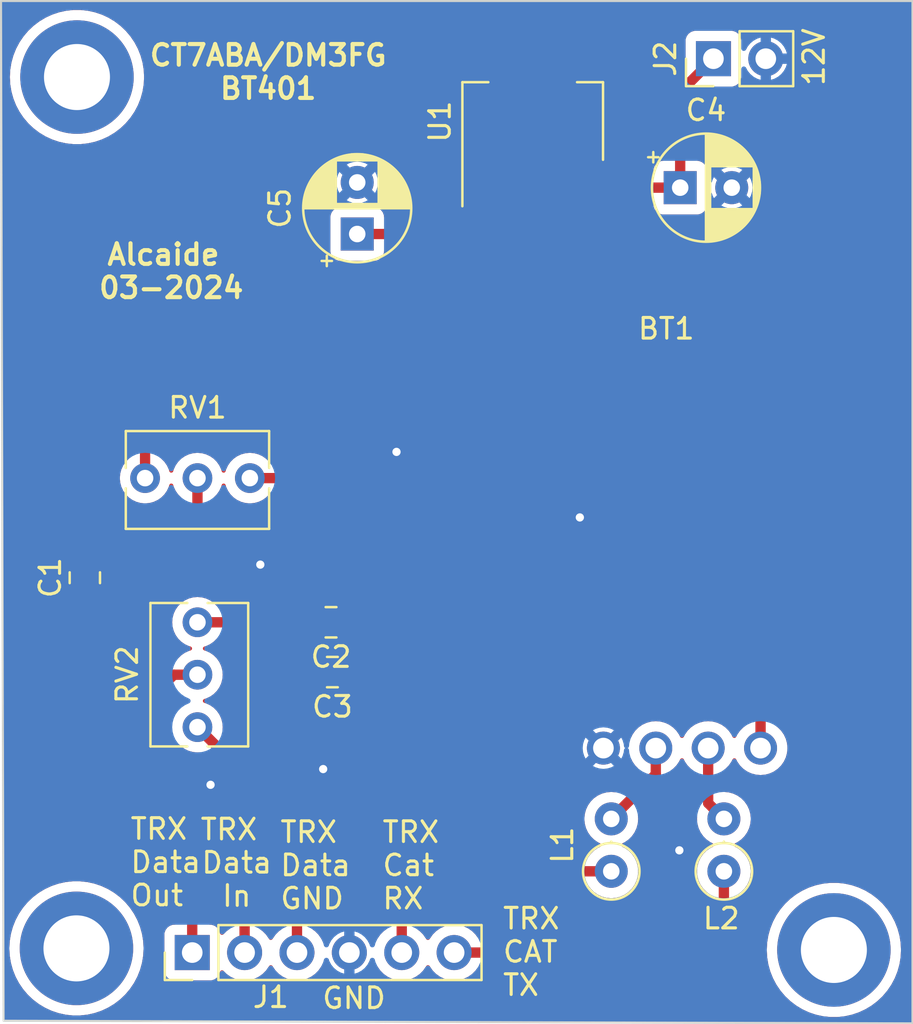
<source format=kicad_pcb>
(kicad_pcb (version 20221018) (generator pcbnew)
  (layers (0 "F.Cu" signal) (31 "B.Cu" signal) (34 "B.Paste" user) (35 "F.Paste" user) (36 "B.SilkS" user "B.Silkscreen") (37 "F.SilkS" user "F.Silkscreen") (38 "B.Mask" user) (39 "F.Mask" user) (44 "Edge.Cuts" user))
  (net 0 "")
  (net 8 "Net-(BT1-PA0)")
  (net 9 "Net-(BT1-DACR)")
  (net 10 "Net-(BT1-DACL)")
  (net 11 "TRX Data Gnd")
  (net 27 "GND")
  (net 28 "Net-(BT1-TX)")
  (net 29 "Net-(BT1-RX)")
  (net 30 "+5V")
  (net 31 "TRX Data Out")
  (net 32 "Net-(C1-Pad2)")
  (net 33 "Net-(C2-Pad2)")
  (net 34 "+12V")
  (net 35 "TRX Data In")
  (net 36 "TRX CAT RX")
  (net 37 "TRX CAT TX")
  (footprint "Capacitor_SMD:C_0805_2012Metric" (layer "F.Cu") (at 143.002 82.042 180)
    (fp_text reference "C2" (at 0 -1.68) (layer "F.SilkS"))
    (fp_text value "1uF")
    (fp_line (start -0.261252 -0.735) (end 0.261252 -0.735) (stroke (width 0.12)) (layer "F.SilkS"))
    (fp_line (start -0.261252 0.735) (end 0.261252 0.735) (stroke (width 0.12)) (layer "F.SilkS"))
    (pad "1" smd roundrect (at -0.95 0 180) (size 1 1.45) (layers "F.Cu" "F.Paste" "F.Mask") (net 9 "Net-(BT1-DACR)"))
    (pad "2" smd roundrect (at 0.95 0 180) (size 1 1.45) (layers "F.Cu" "F.Paste" "F.Mask") (net 33 "Net-(C2-Pad2)"))
  )
  (footprint "Capacitor_THT:CP_Radial_D5.0mm_P2.50mm" (layer "F.Cu") (at 144.272 63.231 90)
    (fp_text reference "C5" (at 1.25 -3.75 90) (layer "F.SilkS"))
    (fp_text value "4,7uF")
    (fp_line (start -1.554775 -1.475) (end -1.054775 -1.475) (stroke (width 0.12)) (layer "F.SilkS"))
    (fp_line (start -1.304775 -1.725) (end -1.304775 -1.225) (stroke (width 0.12)) (layer "F.SilkS"))
    (fp_line (start 1.25 -2.58) (end 1.25 2.58) (stroke (width 0.12)) (layer "F.SilkS"))
    (fp_line (start 1.29 -2.58) (end 1.29 2.58) (stroke (width 0.12)) (layer "F.SilkS"))
    (fp_line (start 1.33 -2.579) (end 1.33 2.579) (stroke (width 0.12)) (layer "F.SilkS"))
    (fp_line (start 1.37 -2.578) (end 1.37 2.578) (stroke (width 0.12)) (layer "F.SilkS"))
    (fp_line (start 1.41 -2.576) (end 1.41 2.576) (stroke (width 0.12)) (layer "F.SilkS"))
    (fp_line (start 1.45 -2.573) (end 1.45 2.573) (stroke (width 0.12)) (layer "F.SilkS"))
    (fp_line (start 1.49 -2.569) (end 1.49 -1.04) (stroke (width 0.12)) (layer "F.SilkS"))
    (fp_line (start 1.49 1.04) (end 1.49 2.569) (stroke (width 0.12)) (layer "F.SilkS"))
    (fp_line (start 1.53 -2.565) (end 1.53 -1.04) (stroke (width 0.12)) (layer "F.SilkS"))
    (fp_line (start 1.53 1.04) (end 1.53 2.565) (stroke (width 0.12)) (layer "F.SilkS"))
    (fp_line (start 1.57 -2.561) (end 1.57 -1.04) (stroke (width 0.12)) (layer "F.SilkS"))
    (fp_line (start 1.57 1.04) (end 1.57 2.561) (stroke (width 0.12)) (layer "F.SilkS"))
    (fp_line (start 1.61 -2.556) (end 1.61 -1.04) (stroke (width 0.12)) (layer "F.SilkS"))
    (fp_line (start 1.61 1.04) (end 1.61 2.556) (stroke (width 0.12)) (layer "F.SilkS"))
    (fp_line (start 1.65 -2.55) (end 1.65 -1.04) (stroke (width 0.12)) (layer "F.SilkS"))
    (fp_line (start 1.65 1.04) (end 1.65 2.55) (stroke (width 0.12)) (layer "F.SilkS"))
    (fp_line (start 1.69 -2.543) (end 1.69 -1.04) (stroke (width 0.12)) (layer "F.SilkS"))
    (fp_line (start 1.69 1.04) (end 1.69 2.543) (stroke (width 0.12)) (layer "F.SilkS"))
    (fp_line (start 1.73 -2.536) (end 1.73 -1.04) (stroke (width 0.12)) (layer "F.SilkS"))
    (fp_line (start 1.73 1.04) (end 1.73 2.536) (stroke (width 0.12)) (layer "F.SilkS"))
    (fp_line (start 1.77 -2.528) (end 1.77 -1.04) (stroke (width 0.12)) (layer "F.SilkS"))
    (fp_line (start 1.77 1.04) (end 1.77 2.528) (stroke (width 0.12)) (layer "F.SilkS"))
    (fp_line (start 1.81 -2.52) (end 1.81 -1.04) (stroke (width 0.12)) (layer "F.SilkS"))
    (fp_line (start 1.81 1.04) (end 1.81 2.52) (stroke (width 0.12)) (layer "F.SilkS"))
    (fp_line (start 1.85 -2.511) (end 1.85 -1.04) (stroke (width 0.12)) (layer "F.SilkS"))
    (fp_line (start 1.85 1.04) (end 1.85 2.511) (stroke (width 0.12)) (layer "F.SilkS"))
    (fp_line (start 1.89 -2.501) (end 1.89 -1.04) (stroke (width 0.12)) (layer "F.SilkS"))
    (fp_line (start 1.89 1.04) (end 1.89 2.501) (stroke (width 0.12)) (layer "F.SilkS"))
    (fp_line (start 1.93 -2.491) (end 1.93 -1.04) (stroke (width 0.12)) (layer "F.SilkS"))
    (fp_line (start 1.93 1.04) (end 1.93 2.491) (stroke (width 0.12)) (layer "F.SilkS"))
    (fp_line (start 1.971 -2.48) (end 1.971 -1.04) (stroke (width 0.12)) (layer "F.SilkS"))
    (fp_line (start 1.971 1.04) (end 1.971 2.48) (stroke (width 0.12)) (layer "F.SilkS"))
    (fp_line (start 2.011 -2.468) (end 2.011 -1.04) (stroke (width 0.12)) (layer "F.SilkS"))
    (fp_line (start 2.011 1.04) (end 2.011 2.468) (stroke (width 0.12)) (layer "F.SilkS"))
    (fp_line (start 2.051 -2.455) (end 2.051 -1.04) (stroke (width 0.12)) (layer "F.SilkS"))
    (fp_line (start 2.051 1.04) (end 2.051 2.455) (stroke (width 0.12)) (layer "F.SilkS"))
    (fp_line (start 2.091 -2.442) (end 2.091 -1.04) (stroke (width 0.12)) (layer "F.SilkS"))
    (fp_line (start 2.091 1.04) (end 2.091 2.442) (stroke (width 0.12)) (layer "F.SilkS"))
    (fp_line (start 2.131 -2.428) (end 2.131 -1.04) (stroke (width 0.12)) (layer "F.SilkS"))
    (fp_line (start 2.131 1.04) (end 2.131 2.428) (stroke (width 0.12)) (layer "F.SilkS"))
    (fp_line (start 2.171 -2.414) (end 2.171 -1.04) (stroke (width 0.12)) (layer "F.SilkS"))
    (fp_line (start 2.171 1.04) (end 2.171 2.414) (stroke (width 0.12)) (layer "F.SilkS"))
    (fp_line (start 2.211 -2.398) (end 2.211 -1.04) (stroke (width 0.12)) (layer "F.SilkS"))
    (fp_line (start 2.211 1.04) (end 2.211 2.398) (stroke (width 0.12)) (layer "F.SilkS"))
    (fp_line (start 2.251 -2.382) (end 2.251 -1.04) (stroke (width 0.12)) (layer "F.SilkS"))
    (fp_line (start 2.251 1.04) (end 2.251 2.382) (stroke (width 0.12)) (layer "F.SilkS"))
    (fp_line (start 2.291 -2.365) (end 2.291 -1.04) (stroke (width 0.12)) (layer "F.SilkS"))
    (fp_line (start 2.291 1.04) (end 2.291 2.365) (stroke (width 0.12)) (layer "F.SilkS"))
    (fp_line (start 2.331 -2.348) (end 2.331 -1.04) (stroke (width 0.12)) (layer "F.SilkS"))
    (fp_line (start 2.331 1.04) (end 2.331 2.348) (stroke (width 0.12)) (layer "F.SilkS"))
    (fp_line (start 2.371 -2.329) (end 2.371 -1.04) (stroke (width 0.12)) (layer "F.SilkS"))
    (fp_line (start 2.371 1.04) (end 2.371 2.329) (stroke (width 0.12)) (layer "F.SilkS"))
    (fp_line (start 2.411 -2.31) (end 2.411 -1.04) (stroke (width 0.12)) (layer "F.SilkS"))
    (fp_line (start 2.411 1.04) (end 2.411 2.31) (stroke (width 0.12)) (layer "F.SilkS"))
    (fp_line (start 2.451 -2.29) (end 2.451 -1.04) (stroke (width 0.12)) (layer "F.SilkS"))
    (fp_line (start 2.451 1.04) (end 2.451 2.29) (stroke (width 0.12)) (layer "F.SilkS"))
    (fp_line (start 2.491 -2.268) (end 2.491 -1.04) (stroke (width 0.12)) (layer "F.SilkS"))
    (fp_line (start 2.491 1.04) (end 2.491 2.268) (stroke (width 0.12)) (layer "F.SilkS"))
    (fp_line (start 2.531 -2.247) (end 2.531 -1.04) (stroke (width 0.12)) (layer "F.SilkS"))
    (fp_line (start 2.531 1.04) (end 2.531 2.247) (stroke (width 0.12)) (layer "F.SilkS"))
    (fp_line (start 2.571 -2.224) (end 2.571 -1.04) (stroke (width 0.12)) (layer "F.SilkS"))
    (fp_line (start 2.571 1.04) (end 2.571 2.224) (stroke (width 0.12)) (layer "F.SilkS"))
    (fp_line (start 2.611 -2.2) (end 2.611 -1.04) (stroke (width 0.12)) (layer "F.SilkS"))
    (fp_line (start 2.611 1.04) (end 2.611 2.2) (stroke (width 0.12)) (layer "F.SilkS"))
    (fp_line (start 2.651 -2.175) (end 2.651 -1.04) (stroke (width 0.12)) (layer "F.SilkS"))
    (fp_line (start 2.651 1.04) (end 2.651 2.175) (stroke (width 0.12)) (layer "F.SilkS"))
    (fp_line (start 2.691 -2.149) (end 2.691 -1.04) (stroke (width 0.12)) (layer "F.SilkS"))
    (fp_line (start 2.691 1.04) (end 2.691 2.149) (stroke (width 0.12)) (layer "F.SilkS"))
    (fp_line (start 2.731 -2.122) (end 2.731 -1.04) (stroke (width 0.12)) (layer "F.SilkS"))
    (fp_line (start 2.731 1.04) (end 2.731 2.122) (stroke (width 0.12)) (layer "F.SilkS"))
    (fp_line (start 2.771 -2.095) (end 2.771 -1.04) (stroke (width 0.12)) (layer "F.SilkS"))
    (fp_line (start 2.771 1.04) (end 2.771 2.095) (stroke (width 0.12)) (layer "F.SilkS"))
    (fp_line (start 2.811 -2.065) (end 2.811 -1.04) (stroke (width 0.12)) (layer "F.SilkS"))
    (fp_line (start 2.811 1.04) (end 2.811 2.065) (stroke (width 0.12)) (layer "F.SilkS"))
    (fp_line (start 2.851 -2.035) (end 2.851 -1.04) (stroke (width 0.12)) (layer "F.SilkS"))
    (fp_line (start 2.851 1.04) (end 2.851 2.035) (stroke (width 0.12)) (layer "F.SilkS"))
    (fp_line (start 2.891 -2.004) (end 2.891 -1.04) (stroke (width 0.12)) (layer "F.SilkS"))
    (fp_line (start 2.891 1.04) (end 2.891 2.004) (stroke (width 0.12)) (layer "F.SilkS"))
    (fp_line (start 2.931 -1.971) (end 2.931 -1.04) (stroke (width 0.12)) (layer "F.SilkS"))
    (fp_line (start 2.931 1.04) (end 2.931 1.971) (stroke (width 0.12)) (layer "F.SilkS"))
    (fp_line (start 2.971 -1.937) (end 2.971 -1.04) (stroke (width 0.12)) (layer "F.SilkS"))
    (fp_line (start 2.971 1.04) (end 2.971 1.937) (stroke (width 0.12)) (layer "F.SilkS"))
    (fp_line (start 3.011 -1.901) (end 3.011 -1.04) (stroke (width 0.12)) (layer "F.SilkS"))
    (fp_line (start 3.011 1.04) (end 3.011 1.901) (stroke (width 0.12)) (layer "F.SilkS"))
    (fp_line (start 3.051 -1.864) (end 3.051 -1.04) (stroke (width 0.12)) (layer "F.SilkS"))
    (fp_line (start 3.051 1.04) (end 3.051 1.864) (stroke (width 0.12)) (layer "F.SilkS"))
    (fp_line (start 3.091 -1.826) (end 3.091 -1.04) (stroke (width 0.12)) (layer "F.SilkS"))
    (fp_line (start 3.091 1.04) (end 3.091 1.826) (stroke (width 0.12)) (layer "F.SilkS"))
    (fp_line (start 3.131 -1.785) (end 3.131 -1.04) (stroke (width 0.12)) (layer "F.SilkS"))
    (fp_line (start 3.131 1.04) (end 3.131 1.785) (stroke (width 0.12)) (layer "F.SilkS"))
    (fp_line (start 3.171 -1.743) (end 3.171 -1.04) (stroke (width 0.12)) (layer "F.SilkS"))
    (fp_line (start 3.171 1.04) (end 3.171 1.743) (stroke (width 0.12)) (layer "F.SilkS"))
    (fp_line (start 3.211 -1.699) (end 3.211 -1.04) (stroke (width 0.12)) (layer "F.SilkS"))
    (fp_line (start 3.211 1.04) (end 3.211 1.699) (stroke (width 0.12)) (layer "F.SilkS"))
    (fp_line (start 3.251 -1.653) (end 3.251 -1.04) (stroke (width 0.12)) (layer "F.SilkS"))
    (fp_line (start 3.251 1.04) (end 3.251 1.653) (stroke (width 0.12)) (layer "F.SilkS"))
    (fp_line (start 3.291 -1.605) (end 3.291 -1.04) (stroke (width 0.12)) (layer "F.SilkS"))
    (fp_line (start 3.291 1.04) (end 3.291 1.605) (stroke (width 0.12)) (layer "F.SilkS"))
    (fp_line (start 3.331 -1.554) (end 3.331 -1.04) (stroke (width 0.12)) (layer "F.SilkS"))
    (fp_line (start 3.331 1.04) (end 3.331 1.554) (stroke (width 0.12)) (layer "F.SilkS"))
    (fp_line (start 3.371 -1.5) (end 3.371 -1.04) (stroke (width 0.12)) (layer "F.SilkS"))
    (fp_line (start 3.371 1.04) (end 3.371 1.5) (stroke (width 0.12)) (layer "F.SilkS"))
    (fp_line (start 3.411 -1.443) (end 3.411 -1.04) (stroke (width 0.12)) (layer "F.SilkS"))
    (fp_line (start 3.411 1.04) (end 3.411 1.443) (stroke (width 0.12)) (layer "F.SilkS"))
    (fp_line (start 3.451 -1.383) (end 3.451 -1.04) (stroke (width 0.12)) (layer "F.SilkS"))
    (fp_line (start 3.451 1.04) (end 3.451 1.383) (stroke (width 0.12)) (layer "F.SilkS"))
    (fp_line (start 3.491 -1.319) (end 3.491 -1.04) (stroke (width 0.12)) (layer "F.SilkS"))
    (fp_line (start 3.491 1.04) (end 3.491 1.319) (stroke (width 0.12)) (layer "F.SilkS"))
    (fp_line (start 3.531 -1.251) (end 3.531 -1.04) (stroke (width 0.12)) (layer "F.SilkS"))
    (fp_line (start 3.531 1.04) (end 3.531 1.251) (stroke (width 0.12)) (layer "F.SilkS"))
    (fp_line (start 3.571 -1.178) (end 3.571 1.178) (stroke (width 0.12)) (layer "F.SilkS"))
    (fp_line (start 3.611 -1.098) (end 3.611 1.098) (stroke (width 0.12)) (layer "F.SilkS"))
    (fp_line (start 3.651 -1.011) (end 3.651 1.011) (stroke (width 0.12)) (layer "F.SilkS"))
    (fp_line (start 3.691 -0.915) (end 3.691 0.915) (stroke (width 0.12)) (layer "F.SilkS"))
    (fp_line (start 3.731 -0.805) (end 3.731 0.805) (stroke (width 0.12)) (layer "F.SilkS"))
    (fp_line (start 3.771 -0.677) (end 3.771 0.677) (stroke (width 0.12)) (layer "F.SilkS"))
    (fp_line (start 3.811 -0.518) (end 3.811 0.518) (stroke (width 0.12)) (layer "F.SilkS"))
    (fp_line (start 3.851 -0.284) (end 3.851 0.284) (stroke (width 0.12)) (layer "F.SilkS"))
    (fp_circle (center 1.25 0) (end 3.87 0) (stroke (width 0.12)) (fill none) (layer "F.SilkS"))
    (pad "1" thru_hole rect (at 0 0 90) (size 1.6 1.6) (drill 0.8) (layers "*.Cu" "*.Mask") (net 30 "+5V"))
    (pad "2" thru_hole circle (at 2.5 0 90) (size 1.6 1.6) (drill 0.8) (layers "*.Cu" "*.Mask") (net 27 "GND"))
  )
  (footprint "MountingHole:MountingHole_3.2mm_M3_ISO14580_Pad" (layer "F.Cu") (at 167.386 97.917)
    (fp_text reference "REF**" hide)
    (fp_text value "MountingHole_3.2mm_M3_ISO14580_Pad" hide)
    (pad "2" thru_hole circle (at 0 0) (size 5.5 5.5) (drill 3.2) (layers "*.Cu" "*.Mask"))
  )
  (footprint "Connector_PinHeader_2.54mm:PinHeader_1x06_P2.54mm_Vertical" (layer "F.Cu") (at 136.271 98.044 90)
    (fp_text reference "J1" (at -2.159 3.81 180) (layer "F.SilkS"))
    (fp_text value "TO-TRX")
    (fp_line (start -1.33 -1.33) (end 0 -1.33) (stroke (width 0.12)) (layer "F.SilkS"))
    (fp_line (start -1.33 0) (end -1.33 -1.33) (stroke (width 0.12)) (layer "F.SilkS"))
    (fp_line (start -1.33 1.27) (end -1.33 14.03) (stroke (width 0.12)) (layer "F.SilkS"))
    (fp_line (start -1.33 1.27) (end 1.33 1.27) (stroke (width 0.12)) (layer "F.SilkS"))
    (fp_line (start -1.33 14.03) (end 1.33 14.03) (stroke (width 0.12)) (layer "F.SilkS"))
    (fp_line (start 1.33 1.27) (end 1.33 14.03) (stroke (width 0.12)) (layer "F.SilkS"))
    (pad "1" thru_hole rect (at 0 0 90) (size 1.7 1.7) (drill 1) (layers "*.Cu" "*.Mask") (net 31 "TRX Data Out"))
    (pad "2" thru_hole oval (at 0 2.54 90) (size 1.7 1.7) (drill 1) (layers "*.Cu" "*.Mask") (net 35 "TRX Data In"))
    (pad "3" thru_hole oval (at 0 5.08 90) (size 1.7 1.7) (drill 1) (layers "*.Cu" "*.Mask") (net 11 "TRX Data Gnd"))
    (pad "4" thru_hole oval (at 0 7.62 90) (size 1.7 1.7) (drill 1) (layers "*.Cu" "*.Mask") (net 27 "GND"))
    (pad "5" thru_hole oval (at 0 10.16 90) (size 1.7 1.7) (drill 1) (layers "*.Cu" "*.Mask") (net 36 "TRX CAT RX"))
    (pad "6" thru_hole oval (at 0 12.7 90) (size 1.7 1.7) (drill 1) (layers "*.Cu" "*.Mask") (net 37 "TRX CAT TX"))
  )
  (footprint "Capacitor_SMD:C_0805_2012Metric" (layer "F.Cu") (at 143.068 84.455 180)
    (fp_text reference "C3" (at 0 -1.68) (layer "F.SilkS"))
    (fp_text value "1uF")
    (fp_line (start -0.261252 -0.735) (end 0.261252 -0.735) (stroke (width 0.12)) (layer "F.SilkS"))
    (fp_line (start -0.261252 0.735) (end 0.261252 0.735) (stroke (width 0.12)) (layer "F.SilkS"))
    (pad "1" smd roundrect (at -0.95 0 180) (size 1 1.45) (layers "F.Cu" "F.Paste" "F.Mask") (net 10 "Net-(BT1-DACL)"))
    (pad "2" smd roundrect (at 0.95 0 180) (size 1 1.45) (layers "F.Cu" "F.Paste" "F.Mask") (net 33 "Net-(C2-Pad2)"))
  )
  (footprint "Capacitor_SMD:C_0805_2012Metric" (layer "F.Cu") (at 131.064 79.883 90)
    (fp_text reference "C1" (at 0 -1.68 90) (layer "F.SilkS"))
    (fp_text value "1uF")
    (fp_line (start -0.261252 -0.735) (end 0.261252 -0.735) (stroke (width 0.12)) (layer "F.SilkS"))
    (fp_line (start -0.261252 0.735) (end 0.261252 0.735) (stroke (width 0.12)) (layer "F.SilkS"))
    (pad "1" smd roundrect (at -0.95 0 90) (size 1 1.45) (layers "F.Cu" "F.Paste" "F.Mask") (net 31 "TRX Data Out"))
    (pad "2" smd roundrect (at 0.95 0 90) (size 1 1.45) (layers "F.Cu" "F.Paste" "F.Mask") (net 32 "Net-(C1-Pad2)"))
  )
  (footprint "" (layer "F.Cu") (at 130.6576 97.8408)
    (fp_text reference "" (at 0 0) (layer "F.SilkS") (effects (font (size 1.27 1.27))))
    (fp_text value "" (at 0 0) (layer "F.SilkS") (effects (font (size 1.27 1.27))))
    (pad "3" thru_hole circle (at 0 0) (size 5.5 5.5) (drill 3.2) (layers "*.Cu" "*.Mask"))
  )
  (footprint "Potentiometer_THT:Potentiometer_Bourns_3266Y_Vertical" (layer "F.Cu") (at 139.065 75.057)
    (fp_text reference "RV1" (at -2.54 -3.41) (layer "F.SilkS"))
    (fp_text value "10K")
    (fp_line (start -6.015 -2.28) (end -6.015 -0.494) (stroke (width 0.12)) (layer "F.SilkS"))
    (fp_line (start -6.015 -2.28) (end 0.935 -2.28) (stroke (width 0.12)) (layer "F.SilkS"))
    (fp_line (start -6.015 0.496) (end -6.015 2.46) (stroke (width 0.12)) (layer "F.SilkS"))
    (fp_line (start -6.015 2.46) (end 0.935 2.46) (stroke (width 0.12)) (layer "F.SilkS"))
    (fp_line (start 0.935 -2.28) (end 0.935 -0.494) (stroke (width 0.12)) (layer "F.SilkS"))
    (fp_line (start 0.935 0.496) (end 0.935 2.46) (stroke (width 0.12)) (layer "F.SilkS"))
    (pad "1" thru_hole circle (at 0 0) (size 1.44 1.44) (drill 0.8) (layers "*.Cu" "*.Mask") (net 8 "Net-(BT1-PA0)"))
    (pad "2" thru_hole circle (at -2.54 0) (size 1.44 1.44) (drill 0.8) (layers "*.Cu" "*.Mask") (net 32 "Net-(C1-Pad2)"))
    (pad "3" thru_hole circle (at -5.08 0) (size 1.44 1.44) (drill 0.8) (layers "*.Cu" "*.Mask") (net 11 "TRX Data Gnd"))
  )
  (footprint "Package_TO_SOT_SMD:SOT-223-3_TabPin2" (layer "F.Cu") (at 152.781 57.785 90)
    (fp_text reference "U1" (at 0 -4.5 90) (layer "F.SilkS"))
    (fp_text value "AMS1117-5.0")
    (fp_line (start -4.1 -3.41) (end 1.91 -3.41) (stroke (width 0.12)) (layer "F.SilkS"))
    (fp_line (start -1.85 3.41) (end 1.91 3.41) (stroke (width 0.12)) (layer "F.SilkS"))
    (fp_line (start 1.91 -3.41) (end 1.91 -2.15) (stroke (width 0.12)) (layer "F.SilkS"))
    (fp_line (start 1.91 3.41) (end 1.91 2.15) (stroke (width 0.12)) (layer "F.SilkS"))
    (pad "1" smd rect (at -3.15 -2.3 90) (size 2 1.5) (layers "F.Cu" "F.Paste" "F.Mask") (net 27 "GND"))
    (pad "2" smd rect (at -3.15 0 90) (size 2 1.5) (layers "F.Cu" "F.Paste" "F.Mask") (net 30 "+5V"))
    (pad "2" smd rect (at 3.15 0 90) (size 2 3.8) (layers "F.Cu" "F.Paste" "F.Mask") (net 30 "+5V"))
    (pad "3" smd rect (at -3.15 2.3 90) (size 2 1.5) (layers "F.Cu" "F.Paste" "F.Mask") (net 34 "+12V"))
  )
  (footprint "Connector_PinHeader_2.54mm:PinHeader_1x02_P2.54mm_Vertical" (layer "F.Cu") (at 161.544 54.737 90)
    (fp_text reference "J2" (at 0 -2.33 90) (layer "F.SilkS"))
    (fp_text value "12V")
    (fp_line (start -1.33 -1.33) (end 0 -1.33) (stroke (width 0.12)) (layer "F.SilkS"))
    (fp_line (start -1.33 0) (end -1.33 -1.33) (stroke (width 0.12)) (layer "F.SilkS"))
    (fp_line (start -1.33 1.27) (end -1.33 3.87) (stroke (width 0.12)) (layer "F.SilkS"))
    (fp_line (start -1.33 1.27) (end 1.33 1.27) (stroke (width 0.12)) (layer "F.SilkS"))
    (fp_line (start -1.33 3.87) (end 1.33 3.87) (stroke (width 0.12)) (layer "F.SilkS"))
    (fp_line (start 1.33 1.27) (end 1.33 3.87) (stroke (width 0.12)) (layer "F.SilkS"))
    (pad "1" thru_hole rect (at 0 0 90) (size 1.7 1.7) (drill 1) (layers "*.Cu" "*.Mask") (net 34 "+12V"))
    (pad "2" thru_hole oval (at 0 2.54 90) (size 1.7 1.7) (drill 1) (layers "*.Cu" "*.Mask") (net 27 "GND"))
  )
  (footprint "Potentiometer_THT:Potentiometer_Bourns_3266Y_Vertical" (layer "F.Cu") (at 136.525 82.042 90)
    (fp_text reference "RV2" (at -2.54 -3.41 90) (layer "F.SilkS"))
    (fp_text value "10K")
    (fp_line (start -6.015 -2.28) (end -6.015 -0.494) (stroke (width 0.12)) (layer "F.SilkS"))
    (fp_line (start -6.015 -2.28) (end 0.935 -2.28) (stroke (width 0.12)) (layer "F.SilkS"))
    (fp_line (start -6.015 0.496) (end -6.015 2.46) (stroke (width 0.12)) (layer "F.SilkS"))
    (fp_line (start -6.015 2.46) (end 0.935 2.46) (stroke (width 0.12)) (layer "F.SilkS"))
    (fp_line (start 0.935 -2.28) (end 0.935 -0.494) (stroke (width 0.12)) (layer "F.SilkS"))
    (fp_line (start 0.935 0.496) (end 0.935 2.46) (stroke (width 0.12)) (layer "F.SilkS"))
    (pad "1" thru_hole circle (at 0 0 90) (size 1.44 1.44) (drill 0.8) (layers "*.Cu" "*.Mask") (net 33 "Net-(C2-Pad2)"))
    (pad "2" thru_hole circle (at -2.54 0 90) (size 1.44 1.44) (drill 0.8) (layers "*.Cu" "*.Mask") (net 35 "TRX Data In"))
    (pad "3" thru_hole circle (at -5.08 0 90) (size 1.44 1.44) (drill 0.8) (layers "*.Cu" "*.Mask") (net 11 "TRX Data Gnd"))
  )
  (footprint "Resistor_THT:R_Axial_DIN0207_L6.3mm_D2.5mm_P2.54mm_Vertical" (layer "F.Cu") (at 156.591 94.107 90)
    (fp_text reference "L1" (at 1.27 -2.37 90) (layer "F.SilkS"))
    (fp_text value "100uH")
    (fp_line (start 1.37 0) (end 1.44 0) (stroke (width 0.12)) (layer "F.SilkS"))
    (fp_circle (center 0 0) (end 1.37 0) (stroke (width 0.12)) (fill none) (layer "F.SilkS"))
    (pad "1" thru_hole circle (at 0 0 90) (size 1.6 1.6) (drill 0.8) (layers "*.Cu" "*.Mask") (net 36 "TRX CAT RX"))
    (pad "2" thru_hole oval (at 2.54 0 90) (size 1.6 1.6) (drill 0.8) (layers "*.Cu" "*.Mask") (net 28 "Net-(BT1-TX)"))
  )
  (footprint "Capacitor_THT:CP_Radial_D5.0mm_P2.50mm" (layer "F.Cu") (at 159.933 60.985)
    (fp_text reference "C4" (at 1.25 -3.75) (layer "F.SilkS"))
    (fp_text value "4,7uF")
    (fp_line (start -1.554775 -1.475) (end -1.054775 -1.475) (stroke (width 0.12)) (layer "F.SilkS"))
    (fp_line (start -1.304775 -1.725) (end -1.304775 -1.225) (stroke (width 0.12)) (layer "F.SilkS"))
    (fp_line (start 1.25 -2.58) (end 1.25 2.58) (stroke (width 0.12)) (layer "F.SilkS"))
    (fp_line (start 1.29 -2.58) (end 1.29 2.58) (stroke (width 0.12)) (layer "F.SilkS"))
    (fp_line (start 1.33 -2.579) (end 1.33 2.579) (stroke (width 0.12)) (layer "F.SilkS"))
    (fp_line (start 1.37 -2.578) (end 1.37 2.578) (stroke (width 0.12)) (layer "F.SilkS"))
    (fp_line (start 1.41 -2.576) (end 1.41 2.576) (stroke (width 0.12)) (layer "F.SilkS"))
    (fp_line (start 1.45 -2.573) (end 1.45 2.573) (stroke (width 0.12)) (layer "F.SilkS"))
    (fp_line (start 1.49 -2.569) (end 1.49 -1.04) (stroke (width 0.12)) (layer "F.SilkS"))
    (fp_line (start 1.49 1.04) (end 1.49 2.569) (stroke (width 0.12)) (layer "F.SilkS"))
    (fp_line (start 1.53 -2.565) (end 1.53 -1.04) (stroke (width 0.12)) (layer "F.SilkS"))
    (fp_line (start 1.53 1.04) (end 1.53 2.565) (stroke (width 0.12)) (layer "F.SilkS"))
    (fp_line (start 1.57 -2.561) (end 1.57 -1.04) (stroke (width 0.12)) (layer "F.SilkS"))
    (fp_line (start 1.57 1.04) (end 1.57 2.561) (stroke (width 0.12)) (layer "F.SilkS"))
    (fp_line (start 1.61 -2.556) (end 1.61 -1.04) (stroke (width 0.12)) (layer "F.SilkS"))
    (fp_line (start 1.61 1.04) (end 1.61 2.556) (stroke (width 0.12)) (layer "F.SilkS"))
    (fp_line (start 1.65 -2.55) (end 1.65 -1.04) (stroke (width 0.12)) (layer "F.SilkS"))
    (fp_line (start 1.65 1.04) (end 1.65 2.55) (stroke (width 0.12)) (layer "F.SilkS"))
    (fp_line (start 1.69 -2.543) (end 1.69 -1.04) (stroke (width 0.12)) (layer "F.SilkS"))
    (fp_line (start 1.69 1.04) (end 1.69 2.543) (stroke (width 0.12)) (layer "F.SilkS"))
    (fp_line (start 1.73 -2.536) (end 1.73 -1.04) (stroke (width 0.12)) (layer "F.SilkS"))
    (fp_line (start 1.73 1.04) (end 1.73 2.536) (stroke (width 0.12)) (layer "F.SilkS"))
    (fp_line (start 1.77 -2.528) (end 1.77 -1.04) (stroke (width 0.12)) (layer "F.SilkS"))
    (fp_line (start 1.77 1.04) (end 1.77 2.528) (stroke (width 0.12)) (layer "F.SilkS"))
    (fp_line (start 1.81 -2.52) (end 1.81 -1.04) (stroke (width 0.12)) (layer "F.SilkS"))
    (fp_line (start 1.81 1.04) (end 1.81 2.52) (stroke (width 0.12)) (layer "F.SilkS"))
    (fp_line (start 1.85 -2.511) (end 1.85 -1.04) (stroke (width 0.12)) (layer "F.SilkS"))
    (fp_line (start 1.85 1.04) (end 1.85 2.511) (stroke (width 0.12)) (layer "F.SilkS"))
    (fp_line (start 1.89 -2.501) (end 1.89 -1.04) (stroke (width 0.12)) (layer "F.SilkS"))
    (fp_line (start 1.89 1.04) (end 1.89 2.501) (stroke (width 0.12)) (layer "F.SilkS"))
    (fp_line (start 1.93 -2.491) (end 1.93 -1.04) (stroke (width 0.12)) (layer "F.SilkS"))
    (fp_line (start 1.93 1.04) (end 1.93 2.491) (stroke (width 0.12)) (layer "F.SilkS"))
    (fp_line (start 1.971 -2.48) (end 1.971 -1.04) (stroke (width 0.12)) (layer "F.SilkS"))
    (fp_line (start 1.971 1.04) (end 1.971 2.48) (stroke (width 0.12)) (layer "F.SilkS"))
    (fp_line (start 2.011 -2.468) (end 2.011 -1.04) (stroke (width 0.12)) (layer "F.SilkS"))
    (fp_line (start 2.011 1.04) (end 2.011 2.468) (stroke (width 0.12)) (layer "F.SilkS"))
    (fp_line (start 2.051 -2.455) (end 2.051 -1.04) (stroke (width 0.12)) (layer "F.SilkS"))
    (fp_line (start 2.051 1.04) (end 2.051 2.455) (stroke (width 0.12)) (layer "F.SilkS"))
    (fp_line (start 2.091 -2.442) (end 2.091 -1.04) (stroke (width 0.12)) (layer "F.SilkS"))
    (fp_line (start 2.091 1.04) (end 2.091 2.442) (stroke (width 0.12)) (layer "F.SilkS"))
    (fp_line (start 2.131 -2.428) (end 2.131 -1.04) (stroke (width 0.12)) (layer "F.SilkS"))
    (fp_line (start 2.131 1.04) (end 2.131 2.428) (stroke (width 0.12)) (layer "F.SilkS"))
    (fp_line (start 2.171 -2.414) (end 2.171 -1.04) (stroke (width 0.12)) (layer "F.SilkS"))
    (fp_line (start 2.171 1.04) (end 2.171 2.414) (stroke (width 0.12)) (layer "F.SilkS"))
    (fp_line (start 2.211 -2.398) (end 2.211 -1.04) (stroke (width 0.12)) (layer "F.SilkS"))
    (fp_line (start 2.211 1.04) (end 2.211 2.398) (stroke (width 0.12)) (layer "F.SilkS"))
    (fp_line (start 2.251 -2.382) (end 2.251 -1.04) (stroke (width 0.12)) (layer "F.SilkS"))
    (fp_line (start 2.251 1.04) (end 2.251 2.382) (stroke (width 0.12)) (layer "F.SilkS"))
    (fp_line (start 2.291 -2.365) (end 2.291 -1.04) (stroke (width 0.12)) (layer "F.SilkS"))
    (fp_line (start 2.291 1.04) (end 2.291 2.365) (stroke (width 0.12)) (layer "F.SilkS"))
    (fp_line (start 2.331 -2.348) (end 2.331 -1.04) (stroke (width 0.12)) (layer "F.SilkS"))
    (fp_line (start 2.331 1.04) (end 2.331 2.348) (stroke (width 0.12)) (layer "F.SilkS"))
    (fp_line (start 2.371 -2.329) (end 2.371 -1.04) (stroke (width 0.12)) (layer "F.SilkS"))
    (fp_line (start 2.371 1.04) (end 2.371 2.329) (stroke (width 0.12)) (layer "F.SilkS"))
    (fp_line (start 2.411 -2.31) (end 2.411 -1.04) (stroke (width 0.12)) (layer "F.SilkS"))
    (fp_line (start 2.411 1.04) (end 2.411 2.31) (stroke (width 0.12)) (layer "F.SilkS"))
    (fp_line (start 2.451 -2.29) (end 2.451 -1.04) (stroke (width 0.12)) (layer "F.SilkS"))
    (fp_line (start 2.451 1.04) (end 2.451 2.29) (stroke (width 0.12)) (layer "F.SilkS"))
    (fp_line (start 2.491 -2.268) (end 2.491 -1.04) (stroke (width 0.12)) (layer "F.SilkS"))
    (fp_line (start 2.491 1.04) (end 2.491 2.268) (stroke (width 0.12)) (layer "F.SilkS"))
    (fp_line (start 2.531 -2.247) (end 2.531 -1.04) (stroke (width 0.12)) (layer "F.SilkS"))
    (fp_line (start 2.531 1.04) (end 2.531 2.247) (stroke (width 0.12)) (layer "F.SilkS"))
    (fp_line (start 2.571 -2.224) (end 2.571 -1.04) (stroke (width 0.12)) (layer "F.SilkS"))
    (fp_line (start 2.571 1.04) (end 2.571 2.224) (stroke (width 0.12)) (layer "F.SilkS"))
    (fp_line (start 2.611 -2.2) (end 2.611 -1.04) (stroke (width 0.12)) (layer "F.SilkS"))
    (fp_line (start 2.611 1.04) (end 2.611 2.2) (stroke (width 0.12)) (layer "F.SilkS"))
    (fp_line (start 2.651 -2.175) (end 2.651 -1.04) (stroke (width 0.12)) (layer "F.SilkS"))
    (fp_line (start 2.651 1.04) (end 2.651 2.175) (stroke (width 0.12)) (layer "F.SilkS"))
    (fp_line (start 2.691 -2.149) (end 2.691 -1.04) (stroke (width 0.12)) (layer "F.SilkS"))
    (fp_line (start 2.691 1.04) (end 2.691 2.149) (stroke (width 0.12)) (layer "F.SilkS"))
    (fp_line (start 2.731 -2.122) (end 2.731 -1.04) (stroke (width 0.12)) (layer "F.SilkS"))
    (fp_line (start 2.731 1.04) (end 2.731 2.122) (stroke (width 0.12)) (layer "F.SilkS"))
    (fp_line (start 2.771 -2.095) (end 2.771 -1.04) (stroke (width 0.12)) (layer "F.SilkS"))
    (fp_line (start 2.771 1.04) (end 2.771 2.095) (stroke (width 0.12)) (layer "F.SilkS"))
    (fp_line (start 2.811 -2.065) (end 2.811 -1.04) (stroke (width 0.12)) (layer "F.SilkS"))
    (fp_line (start 2.811 1.04) (end 2.811 2.065) (stroke (width 0.12)) (layer "F.SilkS"))
    (fp_line (start 2.851 -2.035) (end 2.851 -1.04) (stroke (width 0.12)) (layer "F.SilkS"))
    (fp_line (start 2.851 1.04) (end 2.851 2.035) (stroke (width 0.12)) (layer "F.SilkS"))
    (fp_line (start 2.891 -2.004) (end 2.891 -1.04) (stroke (width 0.12)) (layer "F.SilkS"))
    (fp_line (start 2.891 1.04) (end 2.891 2.004) (stroke (width 0.12)) (layer "F.SilkS"))
    (fp_line (start 2.931 -1.971) (end 2.931 -1.04) (stroke (width 0.12)) (layer "F.SilkS"))
    (fp_line (start 2.931 1.04) (end 2.931 1.971) (stroke (width 0.12)) (layer "F.SilkS"))
    (fp_line (start 2.971 -1.937) (end 2.971 -1.04) (stroke (width 0.12)) (layer "F.SilkS"))
    (fp_line (start 2.971 1.04) (end 2.971 1.937) (stroke (width 0.12)) (layer "F.SilkS"))
    (fp_line (start 3.011 -1.901) (end 3.011 -1.04) (stroke (width 0.12)) (layer "F.SilkS"))
    (fp_line (start 3.011 1.04) (end 3.011 1.901) (stroke (width 0.12)) (layer "F.SilkS"))
    (fp_line (start 3.051 -1.864) (end 3.051 -1.04) (stroke (width 0.12)) (layer "F.SilkS"))
    (fp_line (start 3.051 1.04) (end 3.051 1.864) (stroke (width 0.12)) (layer "F.SilkS"))
    (fp_line (start 3.091 -1.826) (end 3.091 -1.04) (stroke (width 0.12)) (layer "F.SilkS"))
    (fp_line (start 3.091 1.04) (end 3.091 1.826) (stroke (width 0.12)) (layer "F.SilkS"))
    (fp_line (start 3.131 -1.785) (end 3.131 -1.04) (stroke (width 0.12)) (layer "F.SilkS"))
    (fp_line (start 3.131 1.04) (end 3.131 1.785) (stroke (width 0.12)) (layer "F.SilkS"))
    (fp_line (start 3.171 -1.743) (end 3.171 -1.04) (stroke (width 0.12)) (layer "F.SilkS"))
    (fp_line (start 3.171 1.04) (end 3.171 1.743) (stroke (width 0.12)) (layer "F.SilkS"))
    (fp_line (start 3.211 -1.699) (end 3.211 -1.04) (stroke (width 0.12)) (layer "F.SilkS"))
    (fp_line (start 3.211 1.04) (end 3.211 1.699) (stroke (width 0.12)) (layer "F.SilkS"))
    (fp_line (start 3.251 -1.653) (end 3.251 -1.04) (stroke (width 0.12)) (layer "F.SilkS"))
    (fp_line (start 3.251 1.04) (end 3.251 1.653) (stroke (width 0.12)) (layer "F.SilkS"))
    (fp_line (start 3.291 -1.605) (end 3.291 -1.04) (stroke (width 0.12)) (layer "F.SilkS"))
    (fp_line (start 3.291 1.04) (end 3.291 1.605) (stroke (width 0.12)) (layer "F.SilkS"))
    (fp_line (start 3.331 -1.554) (end 3.331 -1.04) (stroke (width 0.12)) (layer "F.SilkS"))
    (fp_line (start 3.331 1.04) (end 3.331 1.554) (stroke (width 0.12)) (layer "F.SilkS"))
    (fp_line (start 3.371 -1.5) (end 3.371 -1.04) (stroke (width 0.12)) (layer "F.SilkS"))
    (fp_line (start 3.371 1.04) (end 3.371 1.5) (stroke (width 0.12)) (layer "F.SilkS"))
    (fp_line (start 3.411 -1.443) (end 3.411 -1.04) (stroke (width 0.12)) (layer "F.SilkS"))
    (fp_line (start 3.411 1.04) (end 3.411 1.443) (stroke (width 0.12)) (layer "F.SilkS"))
    (fp_line (start 3.451 -1.383) (end 3.451 -1.04) (stroke (width 0.12)) (layer "F.SilkS"))
    (fp_line (start 3.451 1.04) (end 3.451 1.383) (stroke (width 0.12)) (layer "F.SilkS"))
    (fp_line (start 3.491 -1.319) (end 3.491 -1.04) (stroke (width 0.12)) (layer "F.SilkS"))
    (fp_line (start 3.491 1.04) (end 3.491 1.319) (stroke (width 0.12)) (layer "F.SilkS"))
    (fp_line (start 3.531 -1.251) (end 3.531 -1.04) (stroke (width 0.12)) (layer "F.SilkS"))
    (fp_line (start 3.531 1.04) (end 3.531 1.251) (stroke (width 0.12)) (layer "F.SilkS"))
    (fp_line (start 3.571 -1.178) (end 3.571 1.178) (stroke (width 0.12)) (layer "F.SilkS"))
    (fp_line (start 3.611 -1.098) (end 3.611 1.098) (stroke (width 0.12)) (layer "F.SilkS"))
    (fp_line (start 3.651 -1.011) (end 3.651 1.011) (stroke (width 0.12)) (layer "F.SilkS"))
    (fp_line (start 3.691 -0.915) (end 3.691 0.915) (stroke (width 0.12)) (layer "F.SilkS"))
    (fp_line (start 3.731 -0.805) (end 3.731 0.805) (stroke (width 0.12)) (layer "F.SilkS"))
    (fp_line (start 3.771 -0.677) (end 3.771 0.677) (stroke (width 0.12)) (layer "F.SilkS"))
    (fp_line (start 3.811 -0.518) (end 3.811 0.518) (stroke (width 0.12)) (layer "F.SilkS"))
    (fp_line (start 3.851 -0.284) (end 3.851 0.284) (stroke (width 0.12)) (layer "F.SilkS"))
    (fp_circle (center 1.25 0) (end 3.87 0) (stroke (width 0.12)) (fill none) (layer "F.SilkS"))
    (pad "1" thru_hole rect (at 0 0) (size 1.6 1.6) (drill 0.8) (layers "*.Cu" "*.Mask") (net 34 "+12V"))
    (pad "2" thru_hole circle (at 2.5 0) (size 1.6 1.6) (drill 0.8) (layers "*.Cu" "*.Mask") (net 27 "GND"))
  )
  (footprint "Resistor_THT:R_Axial_DIN0207_L6.3mm_D2.5mm_P2.54mm_Vertical" (layer "F.Cu") (at 162.052 94.107 90)
    (fp_text reference "L2" (at -2.286 -0.127 180) (layer "F.SilkS"))
    (fp_text value "100uH")
    (fp_line (start 1.37 0) (end 1.44 0) (stroke (width 0.12)) (layer "F.SilkS"))
    (fp_circle (center 0 0) (end 1.37 0) (stroke (width 0.12)) (fill none) (layer "F.SilkS"))
    (pad "1" thru_hole circle (at 0 0 90) (size 1.6 1.6) (drill 0.8) (layers "*.Cu" "*.Mask") (net 37 "TRX CAT TX"))
    (pad "2" thru_hole oval (at 2.54 0 90) (size 1.6 1.6) (drill 0.8) (layers "*.Cu" "*.Mask") (net 29 "Net-(BT1-RX)"))
  )
  (footprint "BT401:BT401" (layer "F.Cu") (at 159.258 77.978)
    (fp_text reference "BT1" (at 0 -10.16 unlocked) (layer "F.SilkS"))
    (fp_text value "~")
    (pad "1" smd rect (at -7.366 -5.08 180) (size 3 0.8) (layers "F.Cu" "F.Paste" "F.Mask"))
    (pad "2" smd rect (at -7.366 -3.81 180) (size 3 0.8) (layers "F.Cu" "F.Paste" "F.Mask"))
    (pad "3" smd rect (at -7.366 -2.54 180) (size 3 0.8) (layers "F.Cu" "F.Paste" "F.Mask"))
    (pad "4" smd rect (at -7.366 -1.27 180) (size 3 0.8) (layers "F.Cu" "F.Paste" "F.Mask"))
    (pad "5" smd rect (at -7.366 0 180) (size 3 0.8) (layers "F.Cu" "F.Paste" "F.Mask"))
    (pad "6" smd rect (at -7.366 1.27 180) (size 3 0.8) (layers "F.Cu" "F.Paste" "F.Mask"))
    (pad "7" smd rect (at -7.366 2.54 180) (size 3 0.8) (layers "F.Cu" "F.Paste" "F.Mask"))
    (pad "8" smd rect (at -7.366 3.81 180) (size 3 0.8) (layers "F.Cu" "F.Paste" "F.Mask") (net 8 "Net-(BT1-PA0)"))
    (pad "9" smd rect (at -7.366 5.08 180) (size 3 0.8) (layers "F.Cu" "F.Paste" "F.Mask") (net 9 "Net-(BT1-DACR)"))
    (pad "10" smd rect (at -7.366 6.35 180) (size 3 0.8) (layers "F.Cu" "F.Paste" "F.Mask") (net 10 "Net-(BT1-DACL)"))
    (pad "11" smd rect (at -7.366 7.62 180) (size 3 0.8) (layers "F.Cu" "F.Paste" "F.Mask") (net 11 "TRX Data Gnd"))
    (pad "12" smd rect (at -7.366 8.89 180) (size 3 0.8) (layers "F.Cu" "F.Paste" "F.Mask"))
    (pad "13" smd rect (at -7.366 10.16 180) (size 3 0.8) (layers "F.Cu" "F.Paste" "F.Mask"))
    (pad "14" smd rect (at 8.134 10.16 180) (size 3 0.8) (layers "F.Cu" "F.Paste" "F.Mask"))
    (pad "15" smd rect (at 8.134 8.89 180) (size 3 0.8) (layers "F.Cu" "F.Paste" "F.Mask"))
    (pad "16" smd rect (at 8.134 7.62 180) (size 3 0.8) (layers "F.Cu" "F.Paste" "F.Mask"))
    (pad "17" smd rect (at 8.134 6.35 180) (size 3 0.8) (layers "F.Cu" "F.Paste" "F.Mask"))
    (pad "18" smd rect (at 8.134 5.08 180) (size 3 0.8) (layers "F.Cu" "F.Paste" "F.Mask"))
    (pad "19" smd rect (at 8.134 3.81 180) (size 3 0.8) (layers "F.Cu" "F.Paste" "F.Mask"))
    (pad "20" smd rect (at 8.134 2.54 180) (size 3 0.8) (layers "F.Cu" "F.Paste" "F.Mask"))
    (pad "21" smd rect (at 8.134 1.27 180) (size 3 0.8) (layers "F.Cu" "F.Paste" "F.Mask"))
    (pad "22" smd rect (at 8.134 0 180) (size 3 0.8) (layers "F.Cu" "F.Paste" "F.Mask"))
    (pad "23" smd rect (at 8.134 -1.27 180) (size 3 0.8) (layers "F.Cu" "F.Paste" "F.Mask"))
    (pad "24" smd rect (at 8.134 -2.54 180) (size 3 0.8) (layers "F.Cu" "F.Paste" "F.Mask"))
    (pad "25" smd rect (at 8.134 -3.81 180) (size 3 0.8) (layers "F.Cu" "F.Paste" "F.Mask"))
    (pad "26" smd rect (at 8.134 -5.08 180) (size 3 0.8) (layers "F.Cu" "F.Paste" "F.Mask"))
    (pad "27" smd rect (at 8.128 -6.404 180) (size 3 0.8) (layers "F.Cu" "F.Paste" "F.Mask"))
    (pad "28" smd rect (at 8.128 -10.922 180) (size 3 0.8) (layers "F.Cu" "F.Paste" "F.Mask"))
    (pad "29" thru_hole circle (at -3.048 10.16 180) (size 1.6 1.6) (drill 1) (layers "*.Cu" "*.Mask") (net 27 "GND"))
    (pad "30" thru_hole circle (at -0.508 10.16 180) (size 1.6 1.6) (drill 1) (layers "*.Cu" "*.Mask") (net 28 "Net-(BT1-TX)"))
    (pad "31" thru_hole circle (at 2.032 10.16 180) (size 1.6 1.6) (drill 1) (layers "*.Cu" "*.Mask") (net 29 "Net-(BT1-RX)"))
    (pad "32" thru_hole circle (at 4.572 10.16 180) (size 1.6 1.6) (drill 1) (layers "*.Cu" "*.Mask") (net 30 "+5V"))
  )
  (footprint "MountingHole:MountingHole_3.2mm_M3_ISO14580_Pad" (layer "F.Cu") (at 130.683 55.626)
    (fp_text reference "REF**" hide)
    (fp_text value "MountingHole_3.2mm_M3_ISO14580_Pad" hide)
    (pad "1" thru_hole circle (at 0 0) (size 5.5 5.5) (drill 3.2) (layers "*.Cu" "*.Mask"))
  )
  (gr_line (start 127 51.943) (end 171.196 51.943) (stroke (width 0.1)) (layer "Edge.Cuts"))
  (gr_line (start 127.127 101.346) (end 127 51.943) (stroke (width 0.1)) (layer "Edge.Cuts"))
  (gr_line (start 171.196 51.943) (end 171.196 101.473) (stroke (width 0.1)) (layer "Edge.Cuts"))
  (gr_line (start 171.196 101.473) (end 127.127 101.346) (stroke (width 0.1)) (layer "Edge.Cuts"))
  (gr_text "Alcaide \n03-2024" (at 135.255 66.421) (layer "F.SilkS") (effects (font (size 1 1) (thickness 0.2) bold) (justify bottom)))
  (gr_text "TRX \nCat\nRX" (at 145.415 96.012) (layer "F.SilkS") (effects (font (size 1 1)) (justify left bottom)))
  (gr_text "CT7ABA/DM3FG\nBT401" (at 139.954 56.769) (layer "F.SilkS") (effects (font (size 1 1) (thickness 0.2) bold) (justify bottom)))
  (gr_text "TRX \nData\nOut" (at 133.1976 95.8596) (layer "F.SilkS") (effects (font (size 1 1)) (justify left bottom)))
  (gr_text "TRX \nData\nIn" (at 138.43 95.885) (layer "F.SilkS") (effects (font (size 1 1)) (justify bottom)))
  (gr_text "TRX \nCAT\nTX" (at 151.257 100.203) (layer "F.SilkS") (effects (font (size 1 1)) (justify left bottom)))
  (gr_text "GND" (at 142.494 100.838) (layer "F.SilkS") (effects (font (size 1 1)) (justify left bottom)))
  (gr_text "TRX \nData\nGND" (at 140.462 96.012) (layer "F.SilkS") (effects (font (size 1 1)) (justify left bottom)))
  (gr_text "12V" (at 167.005 56.134 90) (layer "F.SilkS") (effects (font (size 1 1)) (justify left bottom)))
  (segment (start 148.898 81.842) (end 142.113 75.057) (width 0.5) (layer "F.Cu") (net 8))
  (segment (start 151.892 81.842) (end 148.898 81.842) (width 0.5) (layer "F.Cu") (net 8))
  (segment (start 142.113 75.057) (end 139.065 75.057) (width 0.5) (layer "F.Cu") (net 8))
  (segment (start 145.542 82.042) (end 143.952 82.042) (width 0.5) (layer "F.Cu") (net 9))
  (segment (start 151.892 83.112) (end 146.612 83.112) (width 0.5) (layer "F.Cu") (net 9))
  (segment (start 146.612 83.112) (end 145.542 82.042) (width 0.5) (layer "F.Cu") (net 9))
  (segment (start 144.091 84.382) (end 151.892 84.382) (width 0.5) (layer "F.Cu") (net 10))
  (segment (start 144.018 84.455) (end 144.091 84.382) (width 0.25) (layer "F.Cu") (net 10))
  (segment (start 137.287 70.358) (end 133.985 73.66) (width 0.5) (layer "F.Cu") (net 11))
  (segment (start 156.464 71.374) (end 155.448 70.358) (width 0.5) (layer "F.Cu") (net 11))
  (segment (start 150.142 85.652) (end 155.394 85.652) (width 0.5) (layer "F.Cu") (net 11))
  (segment (start 136.525 87.122) (end 141.351 91.948) (width 0.5) (layer "F.Cu") (net 11))
  (segment (start 155.394 85.652) (end 156.464 84.582) (width 0.5) (layer "F.Cu") (net 11))
  (segment (start 141.351 98.044) (end 141.351 94.443) (width 0.5) (layer "F.Cu") (net 11))
  (segment (start 156.464 84.582) (end 156.464 71.374) (width 0.5) (layer "F.Cu") (net 11))
  (segment (start 155.448 70.358) (end 137.287 70.358) (width 0.5) (layer "F.Cu") (net 11))
  (segment (start 133.985 73.66) (end 133.985 75.057) (width 0.5) (layer "F.Cu") (net 11))
  (segment (start 141.351 94.443) (end 150.142 85.652) (width 0.5) (layer "F.Cu") (net 11))
  (segment (start 141.351 91.948) (end 141.351 94.443) (width 0.5) (layer "F.Cu") (net 11))
  (via (at 146.177 73.787) (size 0.8) (drill 0.4) (layers "F.Cu" "B.Cu") (net 27))
  (via (at 155.067 76.962) (size 0.8) (drill 0.4) (layers "F.Cu" "B.Cu") (net 27))
  (via (at 137.16 89.916) (size 0.8) (drill 0.4) (layers "F.Cu" "B.Cu") (net 27))
  (via (at 159.893 93.091) (size 0.8) (drill 0.4) (layers "F.Cu" "B.Cu") (net 27))
  (via (at 142.621 89.154) (size 0.8) (drill 0.4) (layers "F.Cu" "B.Cu") (net 27))
  (via (at 139.573 79.248) (size 0.8) (drill 0.4) (layers "F.Cu" "B.Cu") (net 27))
  (segment (start 156.591 91.567) (end 158.75 89.408) (width 0.5) (layer "F.Cu") (net 28))
  (segment (start 158.75 89.408) (end 158.75 88.192) (width 0.5) (layer "F.Cu") (net 28))
  (segment (start 162.052 91.567) (end 161.29 90.805) (width 0.5) (layer "F.Cu") (net 29))
  (segment (start 161.29 90.805) (end 161.29 88.192) (width 0.5) (layer "F.Cu") (net 29))
  (segment (start 163.83 88.192) (end 163.83 73.406) (width 0.5) (layer "F.Cu") (net 30))
  (segment (start 163.83 73.406) (end 152.781 62.357) (width 0.5) (layer "F.Cu") (net 30))
  (segment (start 144.272 63.231) (end 152.44 63.231) (width 0.5) (layer "F.Cu") (net 30))
  (segment (start 152.44 63.231) (end 152.781 62.89) (width 0.5) (layer "F.Cu") (net 30))
  (segment (start 152.781 62.357) (end 152.781 60.935) (width 0.5) (layer "F.Cu") (net 30))
  (segment (start 152.781 60.935) (end 152.781 62.89) (width 0.5) (layer "F.Cu") (net 30))
  (segment (start 136.271 98.044) (end 136.271 93.599) (width 0.5) (layer "F.Cu") (net 31))
  (segment (start 131.064 88.392) (end 131.064 80.833) (width 0.5) (layer "F.Cu") (net 31))
  (segment (start 136.271 93.599) (end 131.064 88.392) (width 0.5) (layer "F.Cu") (net 31))
  (segment (start 136.525 78.232) (end 136.525 75.057) (width 0.5) (layer "F.Cu") (net 32))
  (segment (start 131.064 78.933) (end 135.824 78.933) (width 0.5) (layer "F.Cu") (net 32))
  (segment (start 135.824 78.933) (end 136.525 78.232) (width 0.5) (layer "F.Cu") (net 32))
  (segment (start 136.525 82.042) (end 142.052 82.042) (width 0.5) (layer "F.Cu") (net 33))
  (segment (start 142.052 82.042) (end 142.052 84.389) (width 0.25) (layer "F.Cu") (net 33))
  (segment (start 142.052 84.389) (end 142.118 84.455) (width 0.25) (layer "F.Cu") (net 33))
  (segment (start 159.933 60.985) (end 159.933 56.348) (width 0.5) (layer "F.Cu") (net 34))
  (segment (start 159.933 56.348) (end 161.544 54.737) (width 0.5) (layer "F.Cu") (net 34))
  (segment (start 159.933 60.985) (end 155.131 60.985) (width 0.5) (layer "F.Cu") (net 34))
  (segment (start 155.131 60.985) (end 155.081 60.935) (width 0.5) (layer "F.Cu") (net 34))
  (segment (start 138.811 93.481305) (end 138.811 98.044) (width 0.5) (layer "F.Cu") (net 35))
  (segment (start 135.382 84.582) (end 134.747 85.217) (width 0.5) (layer "F.Cu") (net 35))
  (segment (start 134.747 89.417305) (end 138.811 93.481305) (width 0.5) (layer "F.Cu") (net 35))
  (segment (start 134.747 85.217) (end 134.747 89.417305) (width 0.5) (layer "F.Cu") (net 35))
  (segment (start 136.525 84.582) (end 135.382 84.582) (width 0.5) (layer "F.Cu") (net 35))
  (segment (start 146.431 95.377) (end 147.701 94.107) (width 0.5) (layer "F.Cu") (net 36))
  (segment (start 146.431 98.044) (end 146.431 95.377) (width 0.5) (layer "F.Cu") (net 36))
  (segment (start 147.701 94.107) (end 156.591 94.107) (width 0.5) (layer "F.Cu") (net 36))
  (segment (start 160.655 98.044) (end 162.052 96.647) (width 0.5) (layer "F.Cu") (net 37))
  (segment (start 162.052 96.647) (end 162.052 94.107) (width 0.5) (layer "F.Cu") (net 37))
  (segment (start 148.971 98.044) (end 160.655 98.044) (width 0.5) (layer "F.Cu") (net 37))
  (zone (net 27) (net_name "GND") (layer "F.Cu") (connect_pads (clearance 0.5)) (min_thickness 0.2) (fill yes (thermal_gap 0.5) (thermal_bridge_width 0.25))
    (polygon (pts (xy 127 51.943) (xy 171.196 51.943) (xy 171.196 101.473) (xy 127.127 101.346)))
  )
  (zone (net 27) (net_name "GND") (layer "B.Cu") (priority 1) (connect_pads (clearance 0.5)) (min_thickness 0.25) (fill yes (thermal_gap 0.2) (thermal_bridge_width 0.5))
    (polygon (pts (xy 127.127 101.346) (xy 127 51.943) (xy 171.196 51.943) (xy 171.196 101.473)))
  )
)
</source>
